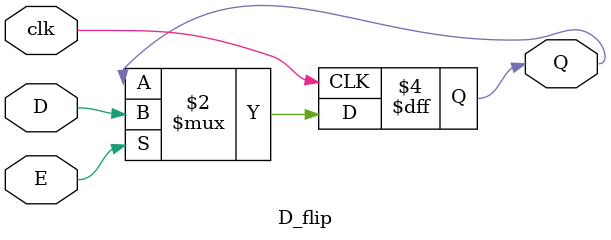
<source format=v>
module D_flip(D,E,clk,Q);
input D,E,clk;
output reg Q;
always @(posedge clk ) begin
	if (E) begin
		Q<=D;
		
	end
	
end

endmodule
</source>
